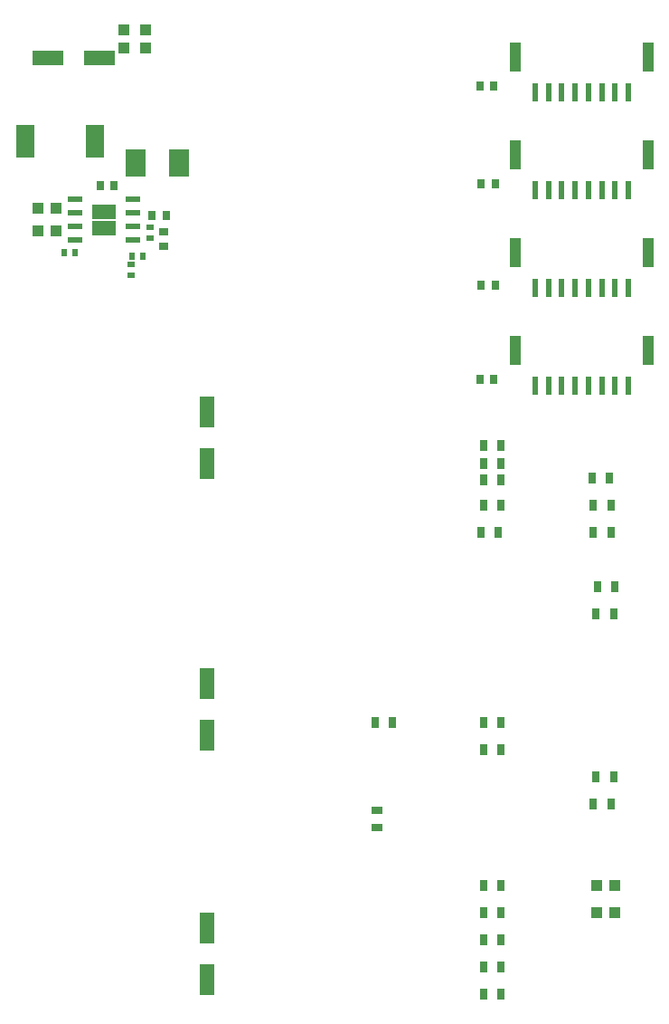
<source format=gbr>
G04 EAGLE Gerber RS-274X export*
G75*
%MOMM*%
%FSLAX34Y34*%
%LPD*%
%INSolderpaste Top*%
%IPPOS*%
%AMOC8*
5,1,8,0,0,1.08239X$1,22.5*%
G01*
G04 Define Apertures*
%ADD10R,1.400000X3.000000*%
%ADD11R,1.100000X1.000000*%
%ADD12R,0.798700X0.973900*%
%ADD13R,0.973900X0.798700*%
%ADD14R,1.460500X0.533400*%
%ADD15R,0.535100X0.644000*%
%ADD16R,1.799400X3.129200*%
%ADD17R,0.900000X0.700000*%
%ADD18R,0.700000X0.900000*%
%ADD19R,0.644000X0.535100*%
%ADD20R,1.899919X2.499359*%
%ADD21R,1.000000X1.100000*%
%ADD22R,3.000000X1.400000*%
%ADD23R,0.600000X1.700000*%
%ADD24R,1.000000X2.800000*%
G36*
X-263371Y837656D02*
X-263371Y823902D01*
X-285625Y823902D01*
X-285625Y837656D01*
X-263371Y837656D01*
G37*
G36*
X-263371Y853156D02*
X-263371Y839402D01*
X-285625Y839402D01*
X-285625Y853156D01*
X-263371Y853156D01*
G37*
D10*
X-177800Y659000D03*
X-177800Y611000D03*
X-177800Y176400D03*
X-177800Y128400D03*
D11*
X186810Y190500D03*
X203810Y190500D03*
D12*
X97052Y215900D03*
X80748Y215900D03*
X97052Y190500D03*
X80748Y190500D03*
X97052Y139700D03*
X80748Y139700D03*
D13*
X-19050Y269978D03*
X-19050Y286282D03*
D11*
X186810Y215900D03*
X203810Y215900D03*
D12*
X80748Y368300D03*
X97052Y368300D03*
X80748Y342900D03*
X97052Y342900D03*
X-4548Y368300D03*
X-20852Y368300D03*
X80541Y571500D03*
X96845Y571500D03*
X202462Y317500D03*
X186158Y317500D03*
X198652Y596900D03*
X182348Y596900D03*
X80748Y627380D03*
X97052Y627380D03*
X97052Y165100D03*
X80748Y165100D03*
X202462Y469900D03*
X186158Y469900D03*
X203732Y495300D03*
X187428Y495300D03*
X199922Y546100D03*
X183618Y546100D03*
X199922Y571500D03*
X183618Y571500D03*
X81053Y595630D03*
X97357Y595630D03*
X199922Y292100D03*
X183618Y292100D03*
X78487Y546379D03*
X94791Y546379D03*
X80748Y610870D03*
X97052Y610870D03*
D14*
X-301739Y857579D03*
X-301739Y844879D03*
X-301739Y832179D03*
X-301739Y819479D03*
X-247257Y819479D03*
X-247257Y832179D03*
X-247257Y844879D03*
X-247257Y857579D03*
D11*
X-319945Y828673D03*
X-336945Y828673D03*
X-319765Y849103D03*
X-336765Y849103D03*
D15*
X-311930Y808049D03*
X-301780Y808049D03*
D16*
X-283330Y912487D03*
X-348160Y912487D03*
D17*
X-218896Y814249D03*
X-218896Y827249D03*
D18*
X-229535Y842339D03*
X-216535Y842339D03*
D19*
X-231400Y821250D03*
X-231400Y831400D03*
D15*
X-238280Y804239D03*
X-248430Y804239D03*
D19*
X-249500Y796614D03*
X-249500Y786464D03*
D20*
X-245417Y891772D03*
X-204422Y891772D03*
D18*
X-278385Y870279D03*
X-265385Y870279D03*
D21*
X-235735Y998939D03*
X-235735Y1015939D03*
X-256055Y998939D03*
X-256055Y1015939D03*
D22*
X-327045Y989965D03*
X-279045Y989965D03*
D12*
X97052Y114300D03*
X80748Y114300D03*
D23*
X178970Y957580D03*
X191470Y957580D03*
X203970Y957580D03*
X216470Y957580D03*
X166470Y957580D03*
X153970Y957580D03*
X141470Y957580D03*
X128970Y957580D03*
D24*
X234970Y991080D03*
X110470Y991080D03*
D23*
X178970Y866140D03*
X191470Y866140D03*
X203970Y866140D03*
X216470Y866140D03*
X166470Y866140D03*
X153970Y866140D03*
X141470Y866140D03*
X128970Y866140D03*
D24*
X234970Y899640D03*
X110470Y899640D03*
D23*
X178970Y774700D03*
X191470Y774700D03*
X203970Y774700D03*
X216470Y774700D03*
X166470Y774700D03*
X153970Y774700D03*
X141470Y774700D03*
X128970Y774700D03*
D24*
X234970Y808200D03*
X110470Y808200D03*
D23*
X178970Y683260D03*
X191470Y683260D03*
X203970Y683260D03*
X216470Y683260D03*
X166470Y683260D03*
X153970Y683260D03*
X141470Y683260D03*
X128970Y683260D03*
D24*
X234970Y716760D03*
X110470Y716760D03*
D10*
X-177800Y405000D03*
X-177800Y357000D03*
D18*
X90320Y963930D03*
X77320Y963930D03*
X91590Y872490D03*
X78590Y872490D03*
X91590Y777240D03*
X78590Y777240D03*
X90320Y689610D03*
X77320Y689610D03*
M02*

</source>
